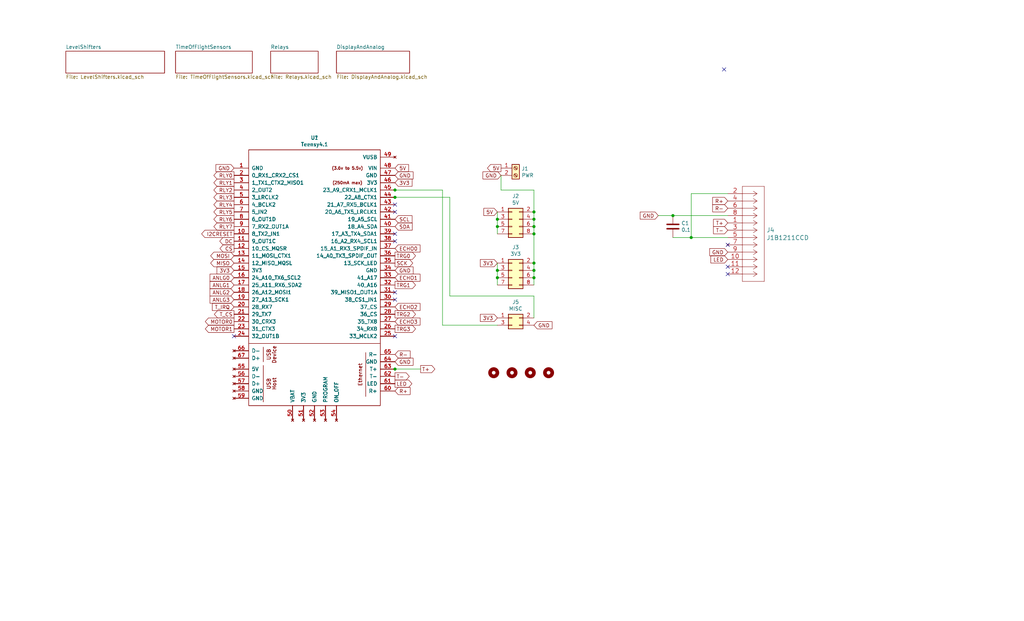
<source format=kicad_sch>
(kicad_sch (version 20250114) (generator "eeschema") (generator_version "9.0")
  (paper "USLegal")
  (title_block (title "Teensy Monitor") (date "2021-02-08") (rev "1") (company "Wimble Robotics"))
  (lib_symbols
    (symbol "TeensyMonitorV5-rescue:C-Device" (pin_numbers (hide yes)) (pin_names (offset 0.254))
      (property "Reference" "C" (at 0.635 2.54 0))
      (property "Value" "TeensyMonitorV5-rescue_C-Device" (at 0.635 -2.54 0))
      (symbol "C-Device_0_1"
        (polyline (pts (xy -2.032 0.762) (xy 2.032 0.762)) (stroke (width 0.508)))
        (polyline (pts (xy -2.032 -0.762) (xy 2.032 -0.762)) (stroke (width 0.508)))
      )
      (symbol "C-Device_1_1"
        (pin passive line (at 0 3.81 270) (length 2.794) (name "~") (number "1"))
        (pin passive line (at 0 -3.81 90) (length 2.794) (name "~") (number "2"))
      )
    )
    (symbol "TeensyMonitorV5-rescue:Conn_02x02_Odd_Even-Connector_Generic" (pin_names (offset 1.016) (hide yes))
      (property "Reference" "J" (at 1.27 2.54 0))
      (property "Value" "TeensyMonitorV5-rescue_Conn_02x02_Odd_Even-Connector_Generic" (at 1.27 -5.08 0))
      (symbol "Conn_02x02_Odd_Even-Connector_Generic_1_1"
        (rectangle (start -1.27 1.27) (end 3.81 -3.81) (stroke (width 0.254)) (fill (type background)))
        (rectangle (start -1.27 0.127) (end 0 -0.127) (stroke (width 0.1524)))
        (rectangle (start -1.27 -2.413) (end 0 -2.667) (stroke (width 0.1524)))
        (rectangle (start 3.81 0.127) (end 2.54 -0.127) (stroke (width 0.1524)))
        (rectangle (start 3.81 -2.413) (end 2.54 -2.667) (stroke (width 0.1524)))
        (pin passive line (at -5.08 0 0) (length 3.81) (name "Pin_1") (number "1"))
        (pin passive line (at -5.08 -2.54 0) (length 3.81) (name "Pin_3") (number "3"))
        (pin passive line (at 7.62 0 180) (length 3.81) (name "Pin_2") (number "2"))
        (pin passive line (at 7.62 -2.54 180) (length 3.81) (name "Pin_4") (number "4"))
      )
    )
    (symbol "TeensyMonitorV5-rescue:Conn_02x04_Odd_Even-Connector_Generic" (pin_names (offset 1.016) (hide yes))
      (property "Reference" "J" (at 1.27 5.08 0))
      (property "Value" "TeensyMonitorV5-rescue_Conn_02x04_Odd_Even-Connector_Generic" (at 1.27 -7.62 0))
      (symbol "Conn_02x04_Odd_Even-Connector_Generic_1_1"
        (rectangle (start -1.27 3.81) (end 3.81 -6.35) (stroke (width 0.254)) (fill (type background)))
        (rectangle (start -1.27 2.667) (end 0 2.413) (stroke (width 0.1524)))
        (rectangle (start -1.27 0.127) (end 0 -0.127) (stroke (width 0.1524)))
        (rectangle (start -1.27 -2.413) (end 0 -2.667) (stroke (width 0.1524)))
        (rectangle (start -1.27 -4.953) (end 0 -5.207) (stroke (width 0.1524)))
        (rectangle (start 3.81 2.667) (end 2.54 2.413) (stroke (width 0.1524)))
        (rectangle (start 3.81 0.127) (end 2.54 -0.127) (stroke (width 0.1524)))
        (rectangle (start 3.81 -2.413) (end 2.54 -2.667) (stroke (width 0.1524)))
        (rectangle (start 3.81 -4.953) (end 2.54 -5.207) (stroke (width 0.1524)))
        (pin passive line (at -5.08 2.54 0) (length 3.81) (name "Pin_1") (number "1"))
        (pin passive line (at -5.08 0 0) (length 3.81) (name "Pin_3") (number "3"))
        (pin passive line (at -5.08 -2.54 0) (length 3.81) (name "Pin_5") (number "5"))
        (pin passive line (at -5.08 -5.08 0) (length 3.81) (name "Pin_7") (number "7"))
        (pin passive line (at 7.62 2.54 180) (length 3.81) (name "Pin_2") (number "2"))
        (pin passive line (at 7.62 0 180) (length 3.81) (name "Pin_4") (number "4"))
        (pin passive line (at 7.62 -2.54 180) (length 3.81) (name "Pin_6") (number "6"))
        (pin passive line (at 7.62 -5.08 180) (length 3.81) (name "Pin_8") (number "8"))
      )
    )
    (symbol "TeensyMonitorV5-rescue:J1B1211CCD-WizNet" (pin_names (offset 0.254) (hide yes))
      (property "Reference" "J" (at 8.89 6.35 0))
      (property "Value" "TeensyMonitorV5-rescue_J1B1211CCD-WizNet" (at 10.16 -15.24 0))
      (symbol "J1B1211CCD-WizNet_1_1"
        (polyline (pts (xy 5.08 2.54) (xy 5.08 -30.48)) (stroke (width 0.127)))
        (polyline (pts (xy 5.08 -30.48) (xy 12.7 -30.48)) (stroke (width 0.127)))
        (polyline (pts (xy 10.16 0) (xy 5.08 0)) (stroke (width 0.127)))
        (polyline (pts (xy 10.16 0) (xy 8.89 0.8382)) (stroke (width 0.127)))
        (polyline (pts (xy 10.16 0) (xy 8.89 -0.8382)) (stroke (width 0.127)))
        (polyline (pts (xy 10.16 -2.54) (xy 5.08 -2.54)) (stroke (width 0.127)))
        (polyline (pts (xy 10.16 -2.54) (xy 8.89 -1.7018)) (stroke (width 0.127)))
        (polyline (pts (xy 10.16 -2.54) (xy 8.89 -3.3782)) (stroke (width 0.127)))
        (polyline (pts (xy 10.16 -5.08) (xy 5.08 -5.08)) (stroke (width 0.127)))
        (polyline (pts (xy 10.16 -5.08) (xy 8.89 -4.2418)) (stroke (width 0.127)))
        (polyline (pts (xy 10.16 -5.08) (xy 8.89 -5.9182)) (stroke (width 0.127)))
        (polyline (pts (xy 10.16 -7.62) (xy 5.08 -7.62)) (stroke (width 0.127)))
        (polyline (pts (xy 10.16 -7.62) (xy 8.89 -6.7818)) (stroke (width 0.127)))
        (polyline (pts (xy 10.16 -7.62) (xy 8.89 -8.4582)) (stroke (width 0.127)))
        (polyline (pts (xy 10.16 -10.16) (xy 5.08 -10.16)) (stroke (width 0.127)))
        (polyline (pts (xy 10.16 -10.16) (xy 8.89 -9.3218)) (stroke (width 0.127)))
        (polyline (pts (xy 10.16 -10.16) (xy 8.89 -10.9982)) (stroke (width 0.127)))
        (polyline (pts (xy 10.16 -12.7) (xy 5.08 -12.7)) (stroke (width 0.127)))
        (polyline (pts (xy 10.16 -12.7) (xy 8.89 -11.8618)) (stroke (width 0.127)))
        (polyline (pts (xy 10.16 -12.7) (xy 8.89 -13.5382)) (stroke (width 0.127)))
        (polyline (pts (xy 10.16 -15.24) (xy 5.08 -15.24)) (stroke (width 0.127)))
        (polyline (pts (xy 10.16 -15.24) (xy 8.89 -14.4018)) (stroke (width 0.127)))
        (polyline (pts (xy 10.16 -15.24) (xy 8.89 -16.0782)) (stroke (width 0.127)))
        (polyline (pts (xy 10.16 -17.78) (xy 5.08 -17.78)) (stroke (width 0.127)))
        (polyline (pts (xy 10.16 -17.78) (xy 8.89 -16.9418)) (stroke (width 0.127)))
        (polyline (pts (xy 10.16 -17.78) (xy 8.89 -18.6182)) (stroke (width 0.127)))
        (polyline (pts (xy 10.16 -20.32) (xy 5.08 -20.32)) (stroke (width 0.127)))
        (polyline (pts (xy 10.16 -20.32) (xy 8.89 -19.4818)) (stroke (width 0.127)))
        (polyline (pts (xy 10.16 -20.32) (xy 8.89 -21.1582)) (stroke (width 0.127)))
        (polyline (pts (xy 10.16 -22.86) (xy 5.08 -22.86)) (stroke (width 0.127)))
        (polyline (pts (xy 10.16 -22.86) (xy 8.89 -22.0218)) (stroke (width 0.127)))
        (polyline (pts (xy 10.16 -22.86) (xy 8.89 -23.6982)) (stroke (width 0.127)))
        (polyline (pts (xy 10.16 -25.4) (xy 5.08 -25.4)) (stroke (width 0.127)))
        (polyline (pts (xy 10.16 -25.4) (xy 8.89 -24.5618)) (stroke (width 0.127)))
        (polyline (pts (xy 10.16 -25.4) (xy 8.89 -26.2382)) (stroke (width 0.127)))
        (polyline (pts (xy 10.16 -27.94) (xy 5.08 -27.94)) (stroke (width 0.127)))
        (polyline (pts (xy 10.16 -27.94) (xy 8.89 -27.1018)) (stroke (width 0.127)))
        (polyline (pts (xy 10.16 -27.94) (xy 8.89 -28.7782)) (stroke (width 0.127)))
        (polyline (pts (xy 12.7 2.54) (xy 5.08 2.54)) (stroke (width 0.127)))
        (polyline (pts (xy 12.7 -30.48) (xy 12.7 2.54)) (stroke (width 0.127)))
        (pin input line (at 0 0 0) (length 5.08) (name "TX_CNTR") (number "2"))
        (pin output line (at 0 -2.54 0) (length 5.08) (name "RX+") (number "4"))
        (pin output line (at 0 -5.08 0) (length 5.08) (name "RX-") (number "6"))
        (pin power_in line (at 0 -7.62 0) (length 5.08) (name "GND") (number "8"))
        (pin input line (at 0 -10.16 0) (length 5.08) (name "TX+") (number "1"))
        (pin input line (at 0 -12.7 0) (length 5.08) (name "TX-") (number "3"))
        (pin input line (at 0 -15.24 0) (length 5.08) (name "RC_CNTR") (number "5"))
        (pin no_connect line (at 0 -17.78 0) (length 5.08) (name "NC") (number "7"))
        (pin power_in line (at 0 -20.32 0) (length 5.08) (name "LEDGND") (number "9"))
        (pin input line (at 0 -22.86 0) (length 5.08) (name "LED") (number "10"))
        (pin power_in line (at 0 -25.4 0) (length 5.08) (name "LED2_GND") (number "11"))
        (pin power_in line (at 0 -27.94 0) (length 5.08) (name "LED2") (number "12"))
      )
    )
    (symbol "TeensyMonitorV5-rescue:MountingHole-Mechanical" (pin_names (offset 1.016))
      (property "Reference" "H" (at 0 5.08 0))
      (property "Value" "TeensyMonitorV5-rescue_MountingHole-Mechanical" (at 0 3.175 0))
      (symbol "MountingHole-Mechanical_0_1"
        (circle (center 0 0) (radius 1.27) (stroke (width 1.27)))
      )
    )
    (symbol "TeensyMonitorV5-rescue:Screw_Terminal_01x02-Connector" (pin_names (offset 1.016) (hide yes))
      (property "Reference" "J" (at 0 2.54 0))
      (property "Value" "TeensyMonitorV5-rescue_Screw_Terminal_01x02-Connector" (at 0 -5.08 0))
      (symbol "Screw_Terminal_01x02-Connector_1_1"
        (rectangle (start -1.27 1.27) (end 1.27 -3.81) (stroke (width 0.254)) (fill (type background)))
        (polyline (pts (xy -0.5334 0.3302) (xy 0.3302 -0.508)) (stroke (width 0.1524)))
        (polyline (pts (xy -0.5334 -2.2098) (xy 0.3302 -3.048)) (stroke (width 0.1524)))
        (polyline (pts (xy -0.3556 0.508) (xy 0.508 -0.3302)) (stroke (width 0.1524)))
        (polyline (pts (xy -0.3556 -2.032) (xy 0.508 -2.8702)) (stroke (width 0.1524)))
        (circle (center 0 0) (radius 0.635) (stroke (width 0.1524)))
        (circle (center 0 -2.54) (radius 0.635) (stroke (width 0.1524)))
        (pin passive line (at -5.08 0 0) (length 3.81) (name "Pin_1") (number "1"))
        (pin passive line (at -5.08 -2.54 0) (length 3.81) (name "Pin_2") (number "2"))
      )
    )
    (symbol "TeensyMonitorV5-rescue:Teensy4.1-teensy" (pin_names (offset 1.016))
      (property "Reference" "U" (at 0 64.77 0))
      (property "Value" "TeensyMonitorV5-rescue_Teensy4.1-teensy" (at 0 62.23 0))
      (symbol "Teensy4.1-teensy_0_0"
        (polyline (pts (xy -22.86 -6.35) (xy 22.86 -6.35)))
        (polyline (pts (xy -17.78 -7.62) (xy -17.78 -12.7)))
        (polyline (pts (xy -17.78 -26.67) (xy -17.78 -13.97)))
        (polyline (pts (xy 17.78 -9.525) (xy 17.78 -24.765)))
        (text "USB" (at -15.875 -10.16 900) (effects (font (size 1.27 1.27))))
        (text "USB" (at -15.875 -20.32 900) (effects (font (size 1.27 1.27))))
        (text "Device" (at -13.97 -10.16 900) (effects (font (size 1.27 1.27))))
        (text "Host" (at -13.97 -20.32 900) (effects (font (size 1.27 1.27))))
        (text "(3.6v to 5.5v)" (at 11.43 54.61 0) (effects (font (size 1.016 1.016))))
        (text "(250mA max)" (at 11.43 49.53 0) (effects (font (size 1.016 1.016))))
        (text "Ethernet" (at 15.875 -17.145 900) (effects (font (size 1.27 1.27))))
        (pin bidirectional line (at -27.94 44.45 0) (length 5.08) (name "3_LRCLK2") (number "5"))
        (pin bidirectional line (at -27.94 41.91 0) (length 5.08) (name "4_BCLK2") (number "6"))
        (pin bidirectional line (at -27.94 39.37 0) (length 5.08) (name "5_IN2") (number "7"))
        (pin bidirectional line (at -27.94 36.83 0) (length 5.08) (name "6_OUT1D") (number "8"))
        (pin bidirectional line (at -27.94 34.29 0) (length 5.08) (name "7_RX2_OUT1A") (number "9"))
        (pin bidirectional line (at -27.94 31.75 0) (length 5.08) (name "8_TX2_IN1") (number "10"))
        (pin bidirectional line (at -27.94 29.21 0) (length 5.08) (name "9_OUT1C") (number "11"))
        (pin bidirectional line (at -27.94 26.67 0) (length 5.08) (name "10_CS_MQSR") (number "12"))
        (pin bidirectional line (at -27.94 24.13 0) (length 5.08) (name "11_MOSI_CTX1") (number "13"))
        (pin bidirectional line (at -27.94 21.59 0) (length 5.08) (name "12_MISO_MQSL") (number "14"))
        (pin power_in line (at -27.94 19.05 0) (length 5.08) (name "3V3") (number "15"))
        (pin bidirectional line (at -27.94 16.51 0) (length 5.08) (name "24_A10_TX6_SCL2") (number "16"))
        (pin bidirectional line (at -27.94 13.97 0) (length 5.08) (name "25_A11_RX6_SDA2") (number "17"))
        (pin bidirectional line (at -27.94 11.43 0) (length 5.08) (name "26_A12_MOSI1") (number "18"))
        (pin bidirectional line (at -27.94 8.89 0) (length 5.08) (name "27_A13_SCK1") (number "19"))
        (pin bidirectional line (at -27.94 6.35 0) (length 5.08) (name "28_RX7") (number "20"))
        (pin bidirectional line (at -27.94 3.81 0) (length 5.08) (name "29_TX7") (number "21"))
        (pin bidirectional line (at -27.94 1.27 0) (length 5.08) (name "30_CRX3") (number "22"))
        (pin bidirectional line (at -27.94 -1.27 0) (length 5.08) (name "31_CTX3") (number "23"))
        (pin bidirectional line (at -27.94 -3.81 0) (length 5.08) (name "32_OUT1B") (number "24"))
        (pin no_connect line (at -27.94 -8.89 0) (length 5.08) (name "D-") (number "66"))
        (pin no_connect line (at -27.94 -11.43 0) (length 5.08) (name "D+") (number "67"))
        (pin no_connect line (at -27.94 -15.24 0) (length 5.08) (name "5V") (number "55"))
        (pin no_connect line (at -27.94 -17.78 0) (length 5.08) (name "D-") (number "56"))
        (pin no_connect line (at -27.94 -20.32 0) (length 5.08) (name "D+") (number "57"))
        (pin no_connect line (at -27.94 -22.86 0) (length 5.08) (name "GND") (number "58"))
        (pin no_connect line (at -27.94 -25.4 0) (length 5.08) (name "GND") (number "59"))
        (pin no_connect line (at -7.62 -33.02 90) (length 5.08) (name "VBAT") (number "50"))
        (pin no_connect line (at -3.81 -33.02 90) (length 5.08) (name "3V3") (number "51"))
        (pin no_connect line (at 0 -33.02 90) (length 5.08) (name "GND") (number "52"))
        (pin no_connect line (at 3.81 -33.02 90) (length 5.08) (name "PROGRAM") (number "53"))
        (pin no_connect line (at 7.62 -33.02 90) (length 5.08) (name "ON_OFF") (number "54"))
        (pin no_connect line (at 27.94 58.42 180) (length 5.08) (name "VUSB") (number "49"))
        (pin power_in line (at 27.94 54.61 180) (length 5.08) (name "VIN") (number "48"))
        (pin output line (at 27.94 52.07 180) (length 5.08) (name "GND") (number "47"))
        (pin output line (at 27.94 49.53 180) (length 5.08) (name "3V3") (number "46"))
        (pin bidirectional line (at 27.94 46.99 180) (length 5.08) (name "23_A9_CRX1_MCLK1") (number "45"))
        (pin bidirectional line (at 27.94 44.45 180) (length 5.08) (name "22_A8_CTX1") (number "44"))
        (pin bidirectional line (at 27.94 41.91 180) (length 5.08) (name "21_A7_RX5_BCLK1") (number "43"))
        (pin bidirectional line (at 27.94 39.37 180) (length 5.08) (name "20_A6_TX5_LRCLK1") (number "42"))
        (pin bidirectional line (at 27.94 36.83 180) (length 5.08) (name "19_A5_SCL") (number "41"))
        (pin bidirectional line (at 27.94 34.29 180) (length 5.08) (name "18_A4_SDA") (number "40"))
        (pin bidirectional line (at 27.94 31.75 180) (length 5.08) (name "17_A3_TX4_SDA1") (number "39"))
        (pin bidirectional line (at 27.94 29.21 180) (length 5.08) (name "16_A2_RX4_SCL1") (number "38"))
        (pin bidirectional line (at 27.94 26.67 180) (length 5.08) (name "15_A1_RX3_SPDIF_IN") (number "37"))
        (pin bidirectional line (at 27.94 24.13 180) (length 5.08) (name "14_A0_TX3_SPDIF_OUT") (number "36"))
        (pin bidirectional line (at 27.94 21.59 180) (length 5.08) (name "13_SCK_LED") (number "35"))
        (pin bidirectional line (at 27.94 16.51 180) (length 5.08) (name "41_A17") (number "33"))
        (pin bidirectional line (at 27.94 13.97 180) (length 5.08) (name "40_A16") (number "32"))
        (pin bidirectional line (at 27.94 11.43 180) (length 5.08) (name "39_MISO1_OUT1A") (number "31"))
        (pin bidirectional line (at 27.94 8.89 180) (length 5.08) (name "38_CS1_IN1") (number "30"))
        (pin bidirectional line (at 27.94 6.35 180) (length 5.08) (name "37_CS") (number "29"))
        (pin bidirectional line (at 27.94 3.81 180) (length 5.08) (name "36_CS") (number "28"))
        (pin bidirectional line (at 27.94 1.27 180) (length 5.08) (name "35_TX8") (number "27"))
        (pin bidirectional line (at 27.94 -1.27 180) (length 5.08) (name "34_RX8") (number "26"))
        (pin bidirectional line (at 27.94 -3.81 180) (length 5.08) (name "33_MCLK2") (number "25"))
        (pin input line (at 27.94 -10.16 180) (length 5.08) (name "R-") (number "65"))
        (pin power_in line (at 27.94 -12.7 180) (length 5.08) (name "GND") (number "64"))
        (pin output line (at 27.94 -15.24 180) (length 5.08) (name "T+") (number "63"))
        (pin output line (at 27.94 -17.78 180) (length 5.08) (name "T-") (number "62"))
        (pin power_out line (at 27.94 -20.32 180) (length 5.08) (name "LED") (number "61"))
        (pin input line (at 27.94 -22.86 180) (length 5.08) (name "R+") (number "60"))
      )
      (symbol "Teensy4.1-teensy_0_1"
        (rectangle (start -22.86 60.96) (end 22.86 -27.94))
        (rectangle (start -20.32 -1.27) (end -20.32 -1.27))
      )
      (symbol "Teensy4.1-teensy_1_1"
        (pin power_in line (at -27.94 54.61 0) (length 5.08) (name "GND") (number "1"))
        (pin bidirectional line (at -27.94 52.07 0) (length 5.08) (name "0_RX1_CRX2_CS1") (number "2"))
        (pin bidirectional line (at -27.94 49.53 0) (length 5.08) (name "1_TX1_CTX2_MISO1") (number "3"))
        (pin bidirectional line (at -27.94 46.99 0) (length 5.08) (name "2_OUT2") (number "4"))
        (pin power_in line (at 27.94 19.05 180) (length 5.08) (name "GND") (number "34"))
      )
    )
  )
  (junction (at 240.03 82.55))
  (junction (at 185.42 93.98))
  (junction (at 185.42 96.52))
  (junction (at 137.16 128.27))
  (junction (at 185.42 91.44))
  (junction (at 185.42 73.66))
  (junction (at 137.16 66.04))
  (junction (at 185.42 78.74))
  (junction (at 172.72 76.2))
  (junction (at 172.72 96.52))
  (junction (at 233.68 74.93))
  (junction (at 185.42 81.28))
  (junction (at 137.16 68.58))
  (junction (at 172.72 93.98))
  (junction (at 172.72 78.74))
  (junction (at 185.42 76.2))
  (no_connect (at 137.16 81.28))
  (no_connect (at 137.16 71.12))
  (no_connect (at 252.73 95.25))
  (no_connect (at 251.46 24.13))
  (no_connect (at 137.16 101.6))
  (no_connect (at 137.16 83.82))
  (no_connect (at 252.73 92.71))
  (no_connect (at 137.16 116.84))
  (no_connect (at 252.73 85.09))
  (no_connect (at 137.16 104.14))
  (no_connect (at 137.16 73.66))
  (no_connect (at 81.28 116.84))
  (wire (pts (xy 252.73 67.31) (xy 240.03 67.31)))
  (wire (pts (xy 240.03 67.31) (xy 240.03 82.55)))
  (wire (pts (xy 172.72 78.74) (xy 172.72 76.2)))
  (wire (pts (xy 185.42 99.06) (xy 185.42 96.52)))
  (wire (pts (xy 185.42 96.52) (xy 185.42 93.98)))
  (wire (pts (xy 173.99 66.04) (xy 185.42 66.04)))
  (wire (pts (xy 240.03 82.55) (xy 252.73 82.55)))
  (wire (pts (xy 185.42 93.98) (xy 185.42 91.44)))
  (wire (pts (xy 233.68 74.93) (xy 252.73 74.93)))
  (wire (pts (xy 156.21 102.87) (xy 185.42 102.87)))
  (wire (pts (xy 173.99 60.96) (xy 173.99 66.04)))
  (wire (pts (xy 172.72 96.52) (xy 172.72 93.98)))
  (wire (pts (xy 156.21 68.58) (xy 156.21 102.87)))
  (wire (pts (xy 228.6 74.93) (xy 233.68 74.93)))
  (wire (pts (xy 172.72 113.03) (xy 153.67 113.03)))
  (wire (pts (xy 185.42 76.2) (xy 185.42 73.66)))
  (wire (pts (xy 172.72 99.06) (xy 172.72 96.52)))
  (wire (pts (xy 185.42 91.44) (xy 185.42 81.28)))
  (wire (pts (xy 185.42 78.74) (xy 185.42 81.28)))
  (wire (pts (xy 153.67 113.03) (xy 153.67 66.04)))
  (wire (pts (xy 172.72 93.98) (xy 172.72 91.44)))
  (wire (pts (xy 172.72 81.28) (xy 172.72 78.74)))
  (wire (pts (xy 153.67 66.04) (xy 137.16 66.04)))
  (wire (pts (xy 172.72 76.2) (xy 172.72 73.66)))
  (wire (pts (xy 185.42 78.74) (xy 185.42 76.2)))
  (wire (pts (xy 137.16 68.58) (xy 156.21 68.58)))
  (wire (pts (xy 185.42 102.87) (xy 185.42 110.49)))
  (wire (pts (xy 146.05 128.27) (xy 137.16 128.27)))
  (wire (pts (xy 185.42 73.66) (xy 185.42 66.04)))
  (wire (pts (xy 233.68 82.55) (xy 240.03 82.55)))
  (global_label "TRG2" (shape output) (at 137.16 109.22 0) (property "Intersheetrefs" "${INTERSHEET_REFS}" (effects (hide yes))))
  (global_label "GND" (shape input) (at 81.28 58.42 180) (property "Intersheetrefs" "${INTERSHEET_REFS}" (effects (hide yes))))
  (global_label "GND" (shape input) (at 137.16 60.96 0) (property "Intersheetrefs" "${INTERSHEET_REFS}" (effects (hide yes))))
  (global_label "ANLG3" (shape input) (at 81.28 104.14 180) (property "Intersheetrefs" "${INTERSHEET_REFS}" (effects (hide yes))))
  (global_label "RLY5" (shape output) (at 81.28 73.66 180) (property "Intersheetrefs" "${INTERSHEET_REFS}" (effects (hide yes))))
  (global_label "RLY3" (shape output) (at 81.28 68.58 180) (property "Intersheetrefs" "${INTERSHEET_REFS}" (effects (hide yes))))
  (global_label "ECHO3" (shape input) (at 137.16 111.76 0) (property "Intersheetrefs" "${INTERSHEET_REFS}" (effects (hide yes))))
  (global_label "SCK" (shape output) (at 137.16 91.44 0) (property "Intersheetrefs" "${INTERSHEET_REFS}" (effects (hide yes))))
  (global_label "LED" (shape output) (at 137.16 133.35 0) (property "Intersheetrefs" "${INTERSHEET_REFS}" (effects (hide yes))))
  (global_label "5V" (shape input) (at 172.72 73.66 180) (property "Intersheetrefs" "${INTERSHEET_REFS}" (effects (hide yes))))
  (global_label "RLY0" (shape output) (at 81.28 60.96 180) (property "Intersheetrefs" "${INTERSHEET_REFS}" (effects (hide yes))))
  (global_label "LED" (shape input) (at 252.73 90.17 180) (property "Intersheetrefs" "${INTERSHEET_REFS}" (effects (hide yes))))
  (global_label "RLY2" (shape output) (at 81.28 66.04 180) (property "Intersheetrefs" "${INTERSHEET_REFS}" (effects (hide yes))))
  (global_label "ECHO0" (shape input) (at 137.16 86.36 0) (property "Intersheetrefs" "${INTERSHEET_REFS}" (effects (hide yes))))
  (global_label "T_IRQ" (shape input) (at 81.28 106.68 180) (property "Intersheetrefs" "${INTERSHEET_REFS}" (effects (hide yes))))
  (global_label "SCL" (shape input) (at 137.16 76.2 0) (property "Intersheetrefs" "${INTERSHEET_REFS}" (effects (hide yes))))
  (global_label "3V3" (shape input) (at 172.72 91.44 180) (property "Intersheetrefs" "${INTERSHEET_REFS}" (effects (hide yes))))
  (global_label "T-" (shape output) (at 137.16 130.81 0) (property "Intersheetrefs" "${INTERSHEET_REFS}" (effects (hide yes))))
  (global_label "SDA" (shape input) (at 137.16 78.74 0) (property "Intersheetrefs" "${INTERSHEET_REFS}" (effects (hide yes))))
  (global_label "GND" (shape input) (at 137.16 93.98 0) (property "Intersheetrefs" "${INTERSHEET_REFS}" (effects (hide yes))))
  (global_label "TRG1" (shape output) (at 137.16 99.06 0) (property "Intersheetrefs" "${INTERSHEET_REFS}" (effects (hide yes))))
  (global_label "5V" (shape input) (at 137.16 58.42 0) (property "Intersheetrefs" "${INTERSHEET_REFS}" (effects (hide yes))))
  (global_label "I2CRESET" (shape output) (at 81.28 81.28 180) (property "Intersheetrefs" "${INTERSHEET_REFS}" (effects (hide yes))))
  (global_label "MISO" (shape bidirectional) (at 81.28 91.44 180) (property "Intersheetrefs" "${INTERSHEET_REFS}" (effects (hide yes))))
  (global_label "MOTOR1" (shape output) (at 81.28 114.3 180) (property "Intersheetrefs" "${INTERSHEET_REFS}" (effects (hide yes))))
  (global_label "T+" (shape output) (at 146.05 128.27 0) (property "Intersheetrefs" "${INTERSHEET_REFS}" (effects (hide yes))))
  (global_label "ECHO2" (shape input) (at 137.16 106.68 0) (property "Intersheetrefs" "${INTERSHEET_REFS}" (effects (hide yes))))
  (global_label "TRG3" (shape output) (at 137.16 114.3 0) (property "Intersheetrefs" "${INTERSHEET_REFS}" (effects (hide yes))))
  (global_label "GND" (shape input) (at 228.6 74.93 180) (property "Intersheetrefs" "${INTERSHEET_REFS}" (effects (hide yes))))
  (global_label "T+" (shape input) (at 252.73 77.47 180) (property "Intersheetrefs" "${INTERSHEET_REFS}" (effects (hide yes))))
  (global_label "ANLG1" (shape input) (at 81.28 99.06 180) (property "Intersheetrefs" "${INTERSHEET_REFS}" (effects (hide yes))))
  (global_label "R+" (shape input) (at 137.16 135.89 0) (property "Intersheetrefs" "${INTERSHEET_REFS}" (effects (hide yes))))
  (global_label "GND" (shape input) (at 185.42 113.03 0) (property "Intersheetrefs" "${INTERSHEET_REFS}" (effects (hide yes))))
  (global_label "MOTOR0" (shape output) (at 81.28 111.76 180) (property "Intersheetrefs" "${INTERSHEET_REFS}" (effects (hide yes))))
  (global_label "DC" (shape output) (at 81.28 83.82 180) (property "Intersheetrefs" "${INTERSHEET_REFS}" (effects (hide yes))))
  (global_label "RLY1" (shape output) (at 81.28 63.5 180) (property "Intersheetrefs" "${INTERSHEET_REFS}" (effects (hide yes))))
  (global_label "ANLG0" (shape input) (at 81.28 96.52 180) (property "Intersheetrefs" "${INTERSHEET_REFS}" (effects (hide yes))))
  (global_label "R+" (shape input) (at 252.73 69.85 180) (property "Intersheetrefs" "${INTERSHEET_REFS}" (effects (hide yes))))
  (global_label "T_CS" (shape output) (at 81.28 109.22 180) (property "Intersheetrefs" "${INTERSHEET_REFS}" (effects (hide yes))))
  (global_label "5V" (shape output) (at 173.99 58.42 180) (property "Intersheetrefs" "${INTERSHEET_REFS}" (effects (hide yes))))
  (global_label "MOSI" (shape bidirectional) (at 81.28 88.9 180) (property "Intersheetrefs" "${INTERSHEET_REFS}" (effects (hide yes))))
  (global_label "CS" (shape output) (at 81.28 86.36 180) (property "Intersheetrefs" "${INTERSHEET_REFS}" (effects (hide yes))))
  (global_label "ECHO1" (shape input) (at 137.16 96.52 0) (property "Intersheetrefs" "${INTERSHEET_REFS}" (effects (hide yes))))
  (global_label "ANLG2" (shape input) (at 81.28 101.6 180) (property "Intersheetrefs" "${INTERSHEET_REFS}" (effects (hide yes))))
  (global_label "3V3" (shape input) (at 81.28 93.98 180) (property "Intersheetrefs" "${INTERSHEET_REFS}" (effects (hide yes))))
  (global_label "R-" (shape input) (at 137.16 123.19 0) (property "Intersheetrefs" "${INTERSHEET_REFS}" (effects (hide yes))))
  (global_label "T-" (shape input) (at 252.73 80.01 180) (property "Intersheetrefs" "${INTERSHEET_REFS}" (effects (hide yes))))
  (global_label "R-" (shape input) (at 252.73 72.39 180) (property "Intersheetrefs" "${INTERSHEET_REFS}" (effects (hide yes))))
  (global_label "RLY4" (shape output) (at 81.28 71.12 180) (property "Intersheetrefs" "${INTERSHEET_REFS}" (effects (hide yes))))
  (global_label "3V3" (shape input) (at 172.72 110.49 180) (property "Intersheetrefs" "${INTERSHEET_REFS}" (effects (hide yes))))
  (global_label "TRG0" (shape output) (at 137.16 88.9 0) (property "Intersheetrefs" "${INTERSHEET_REFS}" (effects (hide yes))))
  (global_label "RLY7" (shape output) (at 81.28 78.74 180) (property "Intersheetrefs" "${INTERSHEET_REFS}" (effects (hide yes))))
  (global_label "GND" (shape input) (at 137.16 125.73 0) (property "Intersheetrefs" "${INTERSHEET_REFS}" (effects (hide yes))))
  (global_label "RLY6" (shape output) (at 81.28 76.2 180) (property "Intersheetrefs" "${INTERSHEET_REFS}" (effects (hide yes))))
  (global_label "GND" (shape input) (at 173.99 60.96 180) (property "Intersheetrefs" "${INTERSHEET_REFS}" (effects (hide yes))))
  (global_label "GND" (shape input) (at 252.73 87.63 180) (property "Intersheetrefs" "${INTERSHEET_REFS}" (effects (hide yes))))
  (global_label "3V3" (shape input) (at 137.16 63.5 0) (property "Intersheetrefs" "${INTERSHEET_REFS}" (effects (hide yes))))
  (symbol (lib_id "TeensyMonitorV5-rescue:J1B1211CCD-WizNet") (at 252.73 67.31 0) (unit 1)
    (property "Reference" "J4" (at 266.1412 79.9338 0) (effects (font (size 1.524 1.524)) (justify left)))
    (property "Value" "J1B1211CCD" (at 266.1412 82.6262 0) (effects (font (size 1.524 1.524)) (justify left)))
    (property "Footprint" "WizNet:J1B1211CCD" (effects (hide yes)))
  )
  (symbol (lib_id "TeensyMonitorV5-rescue:C-Device") (at 233.68 78.74 0) (unit 1)
    (property "Reference" "C1" (at 236.601 77.5716 0) (effects (justify left)))
    (property "Value" "0.1" (at 236.601 79.883 0) (effects (justify left)))
    (property "Footprint" "digikey-footprints:0805" (effects (hide yes)))
  )
  (symbol (lib_id "TeensyMonitorV5-rescue:Teensy4.1-teensy") (at 109.22 113.03 0) (unit 1)
    (property "Reference" "U1" (at 109.22 47.879 0))
    (property "Value" "Teensy4.1" (at 109.22 50.1904 0))
    (property "Footprint" "Teensy:Teensy41" (effects (hide yes)))
  )
  (symbol (lib_id "TeensyMonitorV5-rescue:MountingHole-Mechanical") (at 171.45 129.54 0) (unit 1)
    (property "Reference" "H1" (effects (hide yes)))
    (property "Value" "MountingHole" (effects (hide yes)))
    (property "Footprint" "MountingHole:MountingHole_4.3mm_M4_Pad_Via" (effects (hide yes)))
  )
  (symbol (lib_id "TeensyMonitorV5-rescue:MountingHole-Mechanical") (at 177.8 129.54 0) (unit 1)
    (property "Reference" "H2" (effects (hide yes)))
    (property "Value" "MountingHole" (effects (hide yes)))
    (property "Footprint" "MountingHole:MountingHole_4.3mm_M4_Pad_Via" (effects (hide yes)))
  )
  (symbol (lib_id "TeensyMonitorV5-rescue:MountingHole-Mechanical") (at 184.15 129.54 0) (unit 1)
    (property "Reference" "H3" (effects (hide yes)))
    (property "Value" "MountingHole" (effects (hide yes)))
    (property "Footprint" "MountingHole:MountingHole_4.3mm_M4_Pad_Via" (effects (hide yes)))
  )
  (symbol (lib_id "TeensyMonitorV5-rescue:MountingHole-Mechanical") (at 190.5 129.54 0) (unit 1)
    (property "Reference" "H4" (effects (hide yes)))
    (property "Value" "MountingHole" (effects (hide yes)))
    (property "Footprint" "MountingHole:MountingHole_4.3mm_M4_Pad_Via" (effects (hide yes)))
  )
  (symbol (lib_id "TeensyMonitorV5-rescue:Teensy4.1-teensy") (at 109.22 113.03 0) (unit 1)
    (property "Reference" "U?" (at 109.22 47.879 0))
    (property "Value" "Teensy4.1" (at 109.22 50.1904 0))
    (property "Footprint" "Teensy:Teensy41" (effects (hide yes)))
  )
  (symbol (lib_id "TeensyMonitorV5-rescue:Screw_Terminal_01x02-Connector") (at 179.07 58.42 0) (unit 1)
    (property "Reference" "J1" (at 181.102 58.6232 0) (effects (justify left)))
    (property "Value" "PWR" (at 181.102 60.9346 0) (effects (justify left)))
    (property "Footprint" "TerminalBlock:TerminalBlock_Altech_AK300-2_P5.00mm" (effects (hide yes)))
    (property "LCSC" "KF301-5.0-2P" (effects (hide yes)))
  )
  (symbol (lib_id "TeensyMonitorV5-rescue:Conn_02x04_Odd_Even-Connector_Generic") (at 177.8 76.2 0) (unit 1)
    (property "Reference" "J2" (at 179.07 68.1482 0))
    (property "Value" "5V" (at 179.07 70.4596 0))
    (property "Footprint" "Connector_PinHeader_2.54mm:PinHeader_2x04_P2.54mm_Vertical" (effects (hide yes)))
    (property "LCSC" "C124386" (effects (hide yes)))
  )
  (symbol (lib_id "TeensyMonitorV5-rescue:Conn_02x04_Odd_Even-Connector_Generic") (at 177.8 93.98 0) (unit 1)
    (property "Reference" "J3" (at 179.07 85.9282 0))
    (property "Value" "3V3" (at 179.07 88.2396 0))
    (property "Footprint" "Connector_PinHeader_2.54mm:PinHeader_2x04_P2.54mm_Vertical" (effects (hide yes)))
    (property "LCSC" "C124386" (effects (hide yes)))
  )
  (symbol (lib_id "TeensyMonitorV5-rescue:Conn_02x02_Odd_Even-Connector_Generic") (at 177.8 110.49 0) (unit 1)
    (property "Reference" "J5" (at 179.07 104.9782 0))
    (property "Value" "MISC" (at 179.07 107.2896 0))
    (property "Footprint" "Connector_PinHeader_2.54mm:PinHeader_2x02_P2.54mm_Vertical" (effects (hide yes)))
  )
  (sheet (at 22.86 17.78) (size 34.29 7.62)
    (property "Sheetname" "LevelShifters" (at 22.86 17.0684 0) (effects (justify left bottom)))
    (property "Sheetfile" "LevelShifters.kicad_sch" (at 22.86 25.9846 0) (effects (justify left top)))
  )
  (sheet (at 60.96 17.78) (size 26.67 7.62)
    (property "Sheetname" "TimeOfFlightSensors" (at 60.96 17.0684 0) (effects (justify left bottom)))
    (property "Sheetfile" "TimeOfFlightSensors.kicad_sch" (at 60.96 25.9846 0) (effects (justify left top)))
  )
  (sheet (at 93.98 17.78) (size 16.51 7.62)
    (property "Sheetname" "Relays" (at 93.98 17.0684 0) (effects (justify left bottom)))
    (property "Sheetfile" "Relays.kicad_sch" (at 93.98 25.9846 0) (effects (justify left top)))
  )
  (sheet (at 116.84 17.78) (size 25.4 7.62)
    (property "Sheetname" "DisplayAndAnalog" (at 116.84 17.0684 0) (effects (justify left bottom)))
    (property "Sheetfile" "DisplayAndAnalog.kicad_sch" (at 116.84 25.9846 0) (effects (justify left top)))
  )
)
</source>
